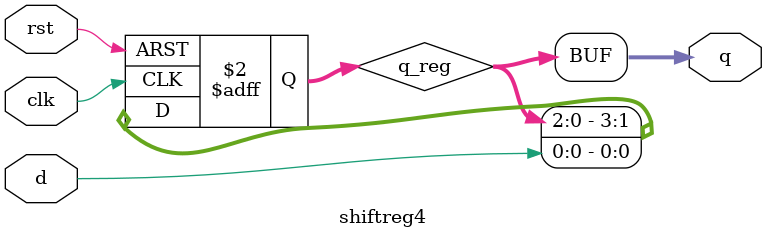
<source format=sv>
module shiftreg4  (
    input logic clk,
    input logic rst,
    input logic d,
    output logic [3:0] q
);
    
    reg [3:0] q_reg;
    always @(posedge clk or posedge rst) begin
        if (rst) q_reg <= 4'b0;
        else q_reg <= {q_reg[2:0], d};
    end
    assign q = q_reg;
endmodule
</source>
